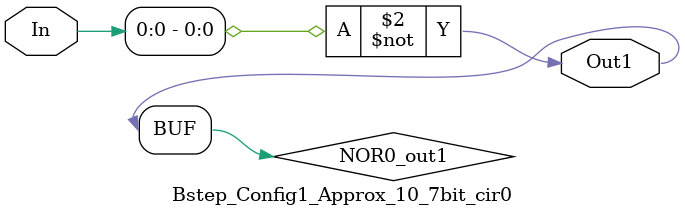
<source format=v>
`timescale 1 ns / 1 ns
module Bstep_Config1_Approx_10_7bit_cir0
(In,Out1);
input [6:0]In;
output [0:0]Out1;
wire NOR0_out1;
assign NOR0_out1 =  ~ (In[0] | In[0]);
assign Out1[0] = NOR0_out1;
endmodule  // Bstep_Config1_Approx_10_7bit_cir0
</source>
